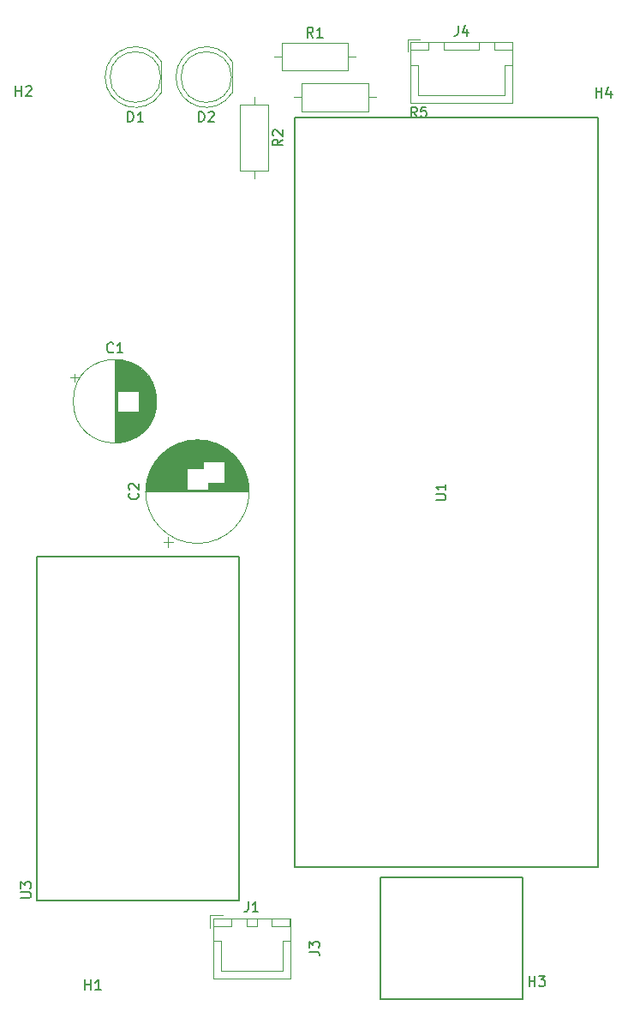
<source format=gbr>
%TF.GenerationSoftware,KiCad,Pcbnew,7.0.8*%
%TF.CreationDate,2023-10-31T00:38:55-07:00*%
%TF.ProjectId,PZEM-Single LPKF - R1,505a454d-2d53-4696-9e67-6c65204c504b,rev?*%
%TF.SameCoordinates,Original*%
%TF.FileFunction,Legend,Top*%
%TF.FilePolarity,Positive*%
%FSLAX46Y46*%
G04 Gerber Fmt 4.6, Leading zero omitted, Abs format (unit mm)*
G04 Created by KiCad (PCBNEW 7.0.8) date 2023-10-31 00:38:55*
%MOMM*%
%LPD*%
G01*
G04 APERTURE LIST*
%ADD10C,0.150000*%
%ADD11C,0.120000*%
G04 APERTURE END LIST*
D10*
X57778095Y88989180D02*
X57778095Y89989180D01*
X57778095Y89512990D02*
X58349523Y89512990D01*
X58349523Y88989180D02*
X58349523Y89989180D01*
X59254285Y89655847D02*
X59254285Y88989180D01*
X59016190Y90036800D02*
X58778095Y89322514D01*
X58778095Y89322514D02*
X59397142Y89322514D01*
X51174095Y1259180D02*
X51174095Y2259180D01*
X51174095Y1782990D02*
X51745523Y1782990D01*
X51745523Y1259180D02*
X51745523Y2259180D01*
X52126476Y2259180D02*
X52745523Y2259180D01*
X52745523Y2259180D02*
X52412190Y1878228D01*
X52412190Y1878228D02*
X52555047Y1878228D01*
X52555047Y1878228D02*
X52650285Y1830609D01*
X52650285Y1830609D02*
X52697904Y1782990D01*
X52697904Y1782990D02*
X52745523Y1687752D01*
X52745523Y1687752D02*
X52745523Y1449657D01*
X52745523Y1449657D02*
X52697904Y1354419D01*
X52697904Y1354419D02*
X52650285Y1306800D01*
X52650285Y1306800D02*
X52555047Y1259180D01*
X52555047Y1259180D02*
X52269333Y1259180D01*
X52269333Y1259180D02*
X52174095Y1306800D01*
X52174095Y1306800D02*
X52126476Y1354419D01*
X444095Y89116180D02*
X444095Y90116180D01*
X444095Y89639990D02*
X1015523Y89639990D01*
X1015523Y89116180D02*
X1015523Y90116180D01*
X1444095Y90020942D02*
X1491714Y90068561D01*
X1491714Y90068561D02*
X1586952Y90116180D01*
X1586952Y90116180D02*
X1825047Y90116180D01*
X1825047Y90116180D02*
X1920285Y90068561D01*
X1920285Y90068561D02*
X1967904Y90020942D01*
X1967904Y90020942D02*
X2015523Y89925704D01*
X2015523Y89925704D02*
X2015523Y89830466D01*
X2015523Y89830466D02*
X1967904Y89687609D01*
X1967904Y89687609D02*
X1396476Y89116180D01*
X1396476Y89116180D02*
X2015523Y89116180D01*
X7302095Y878180D02*
X7302095Y1878180D01*
X7302095Y1401990D02*
X7873523Y1401990D01*
X7873523Y878180D02*
X7873523Y1878180D01*
X8873523Y878180D02*
X8302095Y878180D01*
X8587809Y878180D02*
X8587809Y1878180D01*
X8587809Y1878180D02*
X8492571Y1735323D01*
X8492571Y1735323D02*
X8397333Y1640085D01*
X8397333Y1640085D02*
X8302095Y1592466D01*
X10083333Y63890419D02*
X10035714Y63842800D01*
X10035714Y63842800D02*
X9892857Y63795180D01*
X9892857Y63795180D02*
X9797619Y63795180D01*
X9797619Y63795180D02*
X9654762Y63842800D01*
X9654762Y63842800D02*
X9559524Y63938038D01*
X9559524Y63938038D02*
X9511905Y64033276D01*
X9511905Y64033276D02*
X9464286Y64223752D01*
X9464286Y64223752D02*
X9464286Y64366609D01*
X9464286Y64366609D02*
X9511905Y64557085D01*
X9511905Y64557085D02*
X9559524Y64652323D01*
X9559524Y64652323D02*
X9654762Y64747561D01*
X9654762Y64747561D02*
X9797619Y64795180D01*
X9797619Y64795180D02*
X9892857Y64795180D01*
X9892857Y64795180D02*
X10035714Y64747561D01*
X10035714Y64747561D02*
X10083333Y64699942D01*
X11035714Y63795180D02*
X10464286Y63795180D01*
X10750000Y63795180D02*
X10750000Y64795180D01*
X10750000Y64795180D02*
X10654762Y64652323D01*
X10654762Y64652323D02*
X10559524Y64557085D01*
X10559524Y64557085D02*
X10464286Y64509466D01*
X41954819Y49238095D02*
X42764342Y49238095D01*
X42764342Y49238095D02*
X42859580Y49285714D01*
X42859580Y49285714D02*
X42907200Y49333333D01*
X42907200Y49333333D02*
X42954819Y49428571D01*
X42954819Y49428571D02*
X42954819Y49619047D01*
X42954819Y49619047D02*
X42907200Y49714285D01*
X42907200Y49714285D02*
X42859580Y49761904D01*
X42859580Y49761904D02*
X42764342Y49809523D01*
X42764342Y49809523D02*
X41954819Y49809523D01*
X42954819Y50809523D02*
X42954819Y50238095D01*
X42954819Y50523809D02*
X41954819Y50523809D01*
X41954819Y50523809D02*
X42097676Y50428571D01*
X42097676Y50428571D02*
X42192914Y50333333D01*
X42192914Y50333333D02*
X42240533Y50238095D01*
X23416666Y9595180D02*
X23416666Y8880895D01*
X23416666Y8880895D02*
X23369047Y8738038D01*
X23369047Y8738038D02*
X23273809Y8642800D01*
X23273809Y8642800D02*
X23130952Y8595180D01*
X23130952Y8595180D02*
X23035714Y8595180D01*
X24416666Y8595180D02*
X23845238Y8595180D01*
X24130952Y8595180D02*
X24130952Y9595180D01*
X24130952Y9595180D02*
X24035714Y9452323D01*
X24035714Y9452323D02*
X23940476Y9357085D01*
X23940476Y9357085D02*
X23845238Y9309466D01*
X26824819Y84833333D02*
X26348628Y84500000D01*
X26824819Y84261905D02*
X25824819Y84261905D01*
X25824819Y84261905D02*
X25824819Y84642857D01*
X25824819Y84642857D02*
X25872438Y84738095D01*
X25872438Y84738095D02*
X25920057Y84785714D01*
X25920057Y84785714D02*
X26015295Y84833333D01*
X26015295Y84833333D02*
X26158152Y84833333D01*
X26158152Y84833333D02*
X26253390Y84785714D01*
X26253390Y84785714D02*
X26301009Y84738095D01*
X26301009Y84738095D02*
X26348628Y84642857D01*
X26348628Y84642857D02*
X26348628Y84261905D01*
X25920057Y85214286D02*
X25872438Y85261905D01*
X25872438Y85261905D02*
X25824819Y85357143D01*
X25824819Y85357143D02*
X25824819Y85595238D01*
X25824819Y85595238D02*
X25872438Y85690476D01*
X25872438Y85690476D02*
X25920057Y85738095D01*
X25920057Y85738095D02*
X26015295Y85785714D01*
X26015295Y85785714D02*
X26110533Y85785714D01*
X26110533Y85785714D02*
X26253390Y85738095D01*
X26253390Y85738095D02*
X26824819Y85166667D01*
X26824819Y85166667D02*
X26824819Y85785714D01*
X40083333Y87045180D02*
X39750000Y87521371D01*
X39511905Y87045180D02*
X39511905Y88045180D01*
X39511905Y88045180D02*
X39892857Y88045180D01*
X39892857Y88045180D02*
X39988095Y87997561D01*
X39988095Y87997561D02*
X40035714Y87949942D01*
X40035714Y87949942D02*
X40083333Y87854704D01*
X40083333Y87854704D02*
X40083333Y87711847D01*
X40083333Y87711847D02*
X40035714Y87616609D01*
X40035714Y87616609D02*
X39988095Y87568990D01*
X39988095Y87568990D02*
X39892857Y87521371D01*
X39892857Y87521371D02*
X39511905Y87521371D01*
X40988095Y88045180D02*
X40511905Y88045180D01*
X40511905Y88045180D02*
X40464286Y87568990D01*
X40464286Y87568990D02*
X40511905Y87616609D01*
X40511905Y87616609D02*
X40607143Y87664228D01*
X40607143Y87664228D02*
X40845238Y87664228D01*
X40845238Y87664228D02*
X40940476Y87616609D01*
X40940476Y87616609D02*
X40988095Y87568990D01*
X40988095Y87568990D02*
X41035714Y87473752D01*
X41035714Y87473752D02*
X41035714Y87235657D01*
X41035714Y87235657D02*
X40988095Y87140419D01*
X40988095Y87140419D02*
X40940476Y87092800D01*
X40940476Y87092800D02*
X40845238Y87045180D01*
X40845238Y87045180D02*
X40607143Y87045180D01*
X40607143Y87045180D02*
X40511905Y87092800D01*
X40511905Y87092800D02*
X40464286Y87140419D01*
X18531905Y86585180D02*
X18531905Y87585180D01*
X18531905Y87585180D02*
X18770000Y87585180D01*
X18770000Y87585180D02*
X18912857Y87537561D01*
X18912857Y87537561D02*
X19008095Y87442323D01*
X19008095Y87442323D02*
X19055714Y87347085D01*
X19055714Y87347085D02*
X19103333Y87156609D01*
X19103333Y87156609D02*
X19103333Y87013752D01*
X19103333Y87013752D02*
X19055714Y86823276D01*
X19055714Y86823276D02*
X19008095Y86728038D01*
X19008095Y86728038D02*
X18912857Y86632800D01*
X18912857Y86632800D02*
X18770000Y86585180D01*
X18770000Y86585180D02*
X18531905Y86585180D01*
X19484286Y87489942D02*
X19531905Y87537561D01*
X19531905Y87537561D02*
X19627143Y87585180D01*
X19627143Y87585180D02*
X19865238Y87585180D01*
X19865238Y87585180D02*
X19960476Y87537561D01*
X19960476Y87537561D02*
X20008095Y87489942D01*
X20008095Y87489942D02*
X20055714Y87394704D01*
X20055714Y87394704D02*
X20055714Y87299466D01*
X20055714Y87299466D02*
X20008095Y87156609D01*
X20008095Y87156609D02*
X19436667Y86585180D01*
X19436667Y86585180D02*
X20055714Y86585180D01*
X12509580Y49912396D02*
X12557200Y49864777D01*
X12557200Y49864777D02*
X12604819Y49721920D01*
X12604819Y49721920D02*
X12604819Y49626682D01*
X12604819Y49626682D02*
X12557200Y49483825D01*
X12557200Y49483825D02*
X12461961Y49388587D01*
X12461961Y49388587D02*
X12366723Y49340968D01*
X12366723Y49340968D02*
X12176247Y49293349D01*
X12176247Y49293349D02*
X12033390Y49293349D01*
X12033390Y49293349D02*
X11842914Y49340968D01*
X11842914Y49340968D02*
X11747676Y49388587D01*
X11747676Y49388587D02*
X11652438Y49483825D01*
X11652438Y49483825D02*
X11604819Y49626682D01*
X11604819Y49626682D02*
X11604819Y49721920D01*
X11604819Y49721920D02*
X11652438Y49864777D01*
X11652438Y49864777D02*
X11700057Y49912396D01*
X11700057Y50293349D02*
X11652438Y50340968D01*
X11652438Y50340968D02*
X11604819Y50436206D01*
X11604819Y50436206D02*
X11604819Y50674301D01*
X11604819Y50674301D02*
X11652438Y50769539D01*
X11652438Y50769539D02*
X11700057Y50817158D01*
X11700057Y50817158D02*
X11795295Y50864777D01*
X11795295Y50864777D02*
X11890533Y50864777D01*
X11890533Y50864777D02*
X12033390Y50817158D01*
X12033390Y50817158D02*
X12604819Y50245730D01*
X12604819Y50245730D02*
X12604819Y50864777D01*
X11531905Y86585180D02*
X11531905Y87585180D01*
X11531905Y87585180D02*
X11770000Y87585180D01*
X11770000Y87585180D02*
X11912857Y87537561D01*
X11912857Y87537561D02*
X12008095Y87442323D01*
X12008095Y87442323D02*
X12055714Y87347085D01*
X12055714Y87347085D02*
X12103333Y87156609D01*
X12103333Y87156609D02*
X12103333Y87013752D01*
X12103333Y87013752D02*
X12055714Y86823276D01*
X12055714Y86823276D02*
X12008095Y86728038D01*
X12008095Y86728038D02*
X11912857Y86632800D01*
X11912857Y86632800D02*
X11770000Y86585180D01*
X11770000Y86585180D02*
X11531905Y86585180D01*
X13055714Y86585180D02*
X12484286Y86585180D01*
X12770000Y86585180D02*
X12770000Y87585180D01*
X12770000Y87585180D02*
X12674762Y87442323D01*
X12674762Y87442323D02*
X12579524Y87347085D01*
X12579524Y87347085D02*
X12484286Y87299466D01*
X44166666Y96095180D02*
X44166666Y95380895D01*
X44166666Y95380895D02*
X44119047Y95238038D01*
X44119047Y95238038D02*
X44023809Y95142800D01*
X44023809Y95142800D02*
X43880952Y95095180D01*
X43880952Y95095180D02*
X43785714Y95095180D01*
X45071428Y95761847D02*
X45071428Y95095180D01*
X44833333Y96142800D02*
X44595238Y95428514D01*
X44595238Y95428514D02*
X45214285Y95428514D01*
X29833333Y94915180D02*
X29500000Y95391371D01*
X29261905Y94915180D02*
X29261905Y95915180D01*
X29261905Y95915180D02*
X29642857Y95915180D01*
X29642857Y95915180D02*
X29738095Y95867561D01*
X29738095Y95867561D02*
X29785714Y95819942D01*
X29785714Y95819942D02*
X29833333Y95724704D01*
X29833333Y95724704D02*
X29833333Y95581847D01*
X29833333Y95581847D02*
X29785714Y95486609D01*
X29785714Y95486609D02*
X29738095Y95438990D01*
X29738095Y95438990D02*
X29642857Y95391371D01*
X29642857Y95391371D02*
X29261905Y95391371D01*
X30785714Y94915180D02*
X30214286Y94915180D01*
X30500000Y94915180D02*
X30500000Y95915180D01*
X30500000Y95915180D02*
X30404762Y95772323D01*
X30404762Y95772323D02*
X30309524Y95677085D01*
X30309524Y95677085D02*
X30214286Y95629466D01*
X29454819Y4666666D02*
X30169104Y4666666D01*
X30169104Y4666666D02*
X30311961Y4619047D01*
X30311961Y4619047D02*
X30407200Y4523809D01*
X30407200Y4523809D02*
X30454819Y4380952D01*
X30454819Y4380952D02*
X30454819Y4285714D01*
X29454819Y5047619D02*
X29454819Y5666666D01*
X29454819Y5666666D02*
X29835771Y5333333D01*
X29835771Y5333333D02*
X29835771Y5476190D01*
X29835771Y5476190D02*
X29883390Y5571428D01*
X29883390Y5571428D02*
X29931009Y5619047D01*
X29931009Y5619047D02*
X30026247Y5666666D01*
X30026247Y5666666D02*
X30264342Y5666666D01*
X30264342Y5666666D02*
X30359580Y5619047D01*
X30359580Y5619047D02*
X30407200Y5571428D01*
X30407200Y5571428D02*
X30454819Y5476190D01*
X30454819Y5476190D02*
X30454819Y5190476D01*
X30454819Y5190476D02*
X30407200Y5095238D01*
X30407200Y5095238D02*
X30359580Y5047619D01*
X954819Y9968095D02*
X1764342Y9968095D01*
X1764342Y9968095D02*
X1859580Y10015714D01*
X1859580Y10015714D02*
X1907200Y10063333D01*
X1907200Y10063333D02*
X1954819Y10158571D01*
X1954819Y10158571D02*
X1954819Y10349047D01*
X1954819Y10349047D02*
X1907200Y10444285D01*
X1907200Y10444285D02*
X1859580Y10491904D01*
X1859580Y10491904D02*
X1764342Y10539523D01*
X1764342Y10539523D02*
X954819Y10539523D01*
X954819Y10920476D02*
X954819Y11539523D01*
X954819Y11539523D02*
X1335771Y11206190D01*
X1335771Y11206190D02*
X1335771Y11349047D01*
X1335771Y11349047D02*
X1383390Y11444285D01*
X1383390Y11444285D02*
X1431009Y11491904D01*
X1431009Y11491904D02*
X1526247Y11539523D01*
X1526247Y11539523D02*
X1764342Y11539523D01*
X1764342Y11539523D02*
X1859580Y11491904D01*
X1859580Y11491904D02*
X1907200Y11444285D01*
X1907200Y11444285D02*
X1954819Y11349047D01*
X1954819Y11349047D02*
X1954819Y11063333D01*
X1954819Y11063333D02*
X1907200Y10968095D01*
X1907200Y10968095D02*
X1859580Y10920476D01*
D11*
%TO.C,C1*%
X5840302Y61315000D02*
X6640302Y61315000D01*
X6240302Y61715000D02*
X6240302Y60915000D01*
X10250000Y63080000D02*
X10250000Y54920000D01*
X10290000Y63080000D02*
X10290000Y54920000D01*
X10330000Y63080000D02*
X10330000Y54920000D01*
X10370000Y63079000D02*
X10370000Y54921000D01*
X10410000Y63077000D02*
X10410000Y54923000D01*
X10450000Y63076000D02*
X10450000Y54924000D01*
X10490000Y63074000D02*
X10490000Y60040000D01*
X10490000Y57960000D02*
X10490000Y54926000D01*
X10530000Y63071000D02*
X10530000Y60040000D01*
X10530000Y57960000D02*
X10530000Y54929000D01*
X10570000Y63068000D02*
X10570000Y60040000D01*
X10570000Y57960000D02*
X10570000Y54932000D01*
X10610000Y63065000D02*
X10610000Y60040000D01*
X10610000Y57960000D02*
X10610000Y54935000D01*
X10650000Y63061000D02*
X10650000Y60040000D01*
X10650000Y57960000D02*
X10650000Y54939000D01*
X10690000Y63057000D02*
X10690000Y60040000D01*
X10690000Y57960000D02*
X10690000Y54943000D01*
X10730000Y63052000D02*
X10730000Y60040000D01*
X10730000Y57960000D02*
X10730000Y54948000D01*
X10770000Y63048000D02*
X10770000Y60040000D01*
X10770000Y57960000D02*
X10770000Y54952000D01*
X10810000Y63042000D02*
X10810000Y60040000D01*
X10810000Y57960000D02*
X10810000Y54958000D01*
X10850000Y63037000D02*
X10850000Y60040000D01*
X10850000Y57960000D02*
X10850000Y54963000D01*
X10890000Y63030000D02*
X10890000Y60040000D01*
X10890000Y57960000D02*
X10890000Y54970000D01*
X10930000Y63024000D02*
X10930000Y60040000D01*
X10930000Y57960000D02*
X10930000Y54976000D01*
X10971000Y63017000D02*
X10971000Y60040000D01*
X10971000Y57960000D02*
X10971000Y54983000D01*
X11011000Y63010000D02*
X11011000Y60040000D01*
X11011000Y57960000D02*
X11011000Y54990000D01*
X11051000Y63002000D02*
X11051000Y60040000D01*
X11051000Y57960000D02*
X11051000Y54998000D01*
X11091000Y62994000D02*
X11091000Y60040000D01*
X11091000Y57960000D02*
X11091000Y55006000D01*
X11131000Y62985000D02*
X11131000Y60040000D01*
X11131000Y57960000D02*
X11131000Y55015000D01*
X11171000Y62976000D02*
X11171000Y60040000D01*
X11171000Y57960000D02*
X11171000Y55024000D01*
X11211000Y62967000D02*
X11211000Y60040000D01*
X11211000Y57960000D02*
X11211000Y55033000D01*
X11251000Y62957000D02*
X11251000Y60040000D01*
X11251000Y57960000D02*
X11251000Y55043000D01*
X11291000Y62947000D02*
X11291000Y60040000D01*
X11291000Y57960000D02*
X11291000Y55053000D01*
X11331000Y62936000D02*
X11331000Y60040000D01*
X11331000Y57960000D02*
X11331000Y55064000D01*
X11371000Y62925000D02*
X11371000Y60040000D01*
X11371000Y57960000D02*
X11371000Y55075000D01*
X11411000Y62914000D02*
X11411000Y60040000D01*
X11411000Y57960000D02*
X11411000Y55086000D01*
X11451000Y62902000D02*
X11451000Y60040000D01*
X11451000Y57960000D02*
X11451000Y55098000D01*
X11491000Y62889000D02*
X11491000Y60040000D01*
X11491000Y57960000D02*
X11491000Y55111000D01*
X11531000Y62877000D02*
X11531000Y60040000D01*
X11531000Y57960000D02*
X11531000Y55123000D01*
X11571000Y62863000D02*
X11571000Y60040000D01*
X11571000Y57960000D02*
X11571000Y55137000D01*
X11611000Y62850000D02*
X11611000Y60040000D01*
X11611000Y57960000D02*
X11611000Y55150000D01*
X11651000Y62835000D02*
X11651000Y60040000D01*
X11651000Y57960000D02*
X11651000Y55165000D01*
X11691000Y62821000D02*
X11691000Y60040000D01*
X11691000Y57960000D02*
X11691000Y55179000D01*
X11731000Y62805000D02*
X11731000Y60040000D01*
X11731000Y57960000D02*
X11731000Y55195000D01*
X11771000Y62790000D02*
X11771000Y60040000D01*
X11771000Y57960000D02*
X11771000Y55210000D01*
X11811000Y62774000D02*
X11811000Y60040000D01*
X11811000Y57960000D02*
X11811000Y55226000D01*
X11851000Y62757000D02*
X11851000Y60040000D01*
X11851000Y57960000D02*
X11851000Y55243000D01*
X11891000Y62740000D02*
X11891000Y60040000D01*
X11891000Y57960000D02*
X11891000Y55260000D01*
X11931000Y62722000D02*
X11931000Y60040000D01*
X11931000Y57960000D02*
X11931000Y55278000D01*
X11971000Y62704000D02*
X11971000Y60040000D01*
X11971000Y57960000D02*
X11971000Y55296000D01*
X12011000Y62686000D02*
X12011000Y60040000D01*
X12011000Y57960000D02*
X12011000Y55314000D01*
X12051000Y62666000D02*
X12051000Y60040000D01*
X12051000Y57960000D02*
X12051000Y55334000D01*
X12091000Y62647000D02*
X12091000Y60040000D01*
X12091000Y57960000D02*
X12091000Y55353000D01*
X12131000Y62627000D02*
X12131000Y60040000D01*
X12131000Y57960000D02*
X12131000Y55373000D01*
X12171000Y62606000D02*
X12171000Y60040000D01*
X12171000Y57960000D02*
X12171000Y55394000D01*
X12211000Y62584000D02*
X12211000Y60040000D01*
X12211000Y57960000D02*
X12211000Y55416000D01*
X12251000Y62562000D02*
X12251000Y60040000D01*
X12251000Y57960000D02*
X12251000Y55438000D01*
X12291000Y62540000D02*
X12291000Y60040000D01*
X12291000Y57960000D02*
X12291000Y55460000D01*
X12331000Y62517000D02*
X12331000Y60040000D01*
X12331000Y57960000D02*
X12331000Y55483000D01*
X12371000Y62493000D02*
X12371000Y60040000D01*
X12371000Y57960000D02*
X12371000Y55507000D01*
X12411000Y62469000D02*
X12411000Y60040000D01*
X12411000Y57960000D02*
X12411000Y55531000D01*
X12451000Y62444000D02*
X12451000Y60040000D01*
X12451000Y57960000D02*
X12451000Y55556000D01*
X12491000Y62418000D02*
X12491000Y60040000D01*
X12491000Y57960000D02*
X12491000Y55582000D01*
X12531000Y62392000D02*
X12531000Y60040000D01*
X12531000Y57960000D02*
X12531000Y55608000D01*
X12571000Y62365000D02*
X12571000Y55635000D01*
X12611000Y62338000D02*
X12611000Y55662000D01*
X12651000Y62309000D02*
X12651000Y55691000D01*
X12691000Y62280000D02*
X12691000Y55720000D01*
X12731000Y62250000D02*
X12731000Y55750000D01*
X12771000Y62220000D02*
X12771000Y55780000D01*
X12811000Y62189000D02*
X12811000Y55811000D01*
X12851000Y62156000D02*
X12851000Y55844000D01*
X12891000Y62124000D02*
X12891000Y55876000D01*
X12931000Y62090000D02*
X12931000Y55910000D01*
X12971000Y62055000D02*
X12971000Y55945000D01*
X13011000Y62019000D02*
X13011000Y55981000D01*
X13051000Y61983000D02*
X13051000Y56017000D01*
X13091000Y61945000D02*
X13091000Y56055000D01*
X13131000Y61907000D02*
X13131000Y56093000D01*
X13171000Y61867000D02*
X13171000Y56133000D01*
X13211000Y61826000D02*
X13211000Y56174000D01*
X13251000Y61784000D02*
X13251000Y56216000D01*
X13291000Y61741000D02*
X13291000Y56259000D01*
X13331000Y61697000D02*
X13331000Y56303000D01*
X13371000Y61651000D02*
X13371000Y56349000D01*
X13411000Y61604000D02*
X13411000Y56396000D01*
X13451000Y61556000D02*
X13451000Y56444000D01*
X13491000Y61505000D02*
X13491000Y56495000D01*
X13531000Y61454000D02*
X13531000Y56546000D01*
X13571000Y61400000D02*
X13571000Y56600000D01*
X13611000Y61345000D02*
X13611000Y56655000D01*
X13651000Y61287000D02*
X13651000Y56713000D01*
X13691000Y61228000D02*
X13691000Y56772000D01*
X13731000Y61166000D02*
X13731000Y56834000D01*
X13771000Y61102000D02*
X13771000Y56898000D01*
X13811000Y61034000D02*
X13811000Y56966000D01*
X13851000Y60964000D02*
X13851000Y57036000D01*
X13891000Y60890000D02*
X13891000Y57110000D01*
X13931000Y60813000D02*
X13931000Y57187000D01*
X13971000Y60731000D02*
X13971000Y57269000D01*
X14011000Y60645000D02*
X14011000Y57355000D01*
X14051000Y60552000D02*
X14051000Y57448000D01*
X14091000Y60453000D02*
X14091000Y57547000D01*
X14131000Y60346000D02*
X14131000Y57654000D01*
X14171000Y60229000D02*
X14171000Y57771000D01*
X14211000Y60098000D02*
X14211000Y57902000D01*
X14251000Y59948000D02*
X14251000Y58052000D01*
X14291000Y59768000D02*
X14291000Y58232000D01*
X14331000Y59533000D02*
X14331000Y58467000D01*
X14370000Y59000000D02*
G75*
G03*
X14370000Y59000000I-4120000J0D01*
G01*
D10*
%TO.C,U1*%
X28000000Y13000000D02*
X58000000Y13000000D01*
X58000000Y13000000D02*
X58000000Y87000000D01*
X28000000Y87000000D02*
X28000000Y13000000D01*
X58000000Y87000000D02*
X28000000Y87000000D01*
D11*
%TO.C,J1*%
X19650000Y8250000D02*
X19650000Y7000000D01*
X19940000Y7960000D02*
X19940000Y1990000D01*
X19940000Y1990000D02*
X27560000Y1990000D01*
X19950000Y7950000D02*
X19950000Y7200000D01*
X19950000Y7200000D02*
X21750000Y7200000D01*
X19950000Y5700000D02*
X20700000Y5700000D01*
X20700000Y5700000D02*
X20700000Y2750000D01*
X20700000Y2750000D02*
X23750000Y2750000D01*
X20900000Y8250000D02*
X19650000Y8250000D01*
X21750000Y7950000D02*
X19950000Y7950000D01*
X21750000Y7200000D02*
X21750000Y7950000D01*
X23250000Y7950000D02*
X23250000Y7200000D01*
X23250000Y7200000D02*
X24250000Y7200000D01*
X24250000Y7950000D02*
X23250000Y7950000D01*
X24250000Y7200000D02*
X24250000Y7950000D01*
X25750000Y7950000D02*
X25750000Y7200000D01*
X25750000Y7200000D02*
X27550000Y7200000D01*
X26800000Y5700000D02*
X26800000Y2750000D01*
X26800000Y2750000D02*
X23750000Y2750000D01*
X27550000Y7950000D02*
X25750000Y7950000D01*
X27550000Y7200000D02*
X27550000Y7950000D01*
X27550000Y5700000D02*
X26800000Y5700000D01*
X27560000Y7960000D02*
X19940000Y7960000D01*
X27560000Y1990000D02*
X27560000Y7960000D01*
%TO.C,R2*%
X24000000Y89040000D02*
X24000000Y88270000D01*
X25370000Y88270000D02*
X22630000Y88270000D01*
X22630000Y88270000D02*
X22630000Y81730000D01*
X25370000Y81730000D02*
X25370000Y88270000D01*
X22630000Y81730000D02*
X25370000Y81730000D01*
X24000000Y80960000D02*
X24000000Y81730000D01*
%TO.C,R5*%
X36040000Y89000000D02*
X35270000Y89000000D01*
X35270000Y87630000D02*
X35270000Y90370000D01*
X35270000Y90370000D02*
X28730000Y90370000D01*
X28730000Y87630000D02*
X35270000Y87630000D01*
X28730000Y90370000D02*
X28730000Y87630000D01*
X27960000Y89000000D02*
X28730000Y89000000D01*
%TO.C,D2*%
X21830000Y89455000D02*
X21830000Y92545000D01*
X16280001Y91000462D02*
G75*
G03*
X21829999Y89455170I2989999J-462D01*
G01*
X21830000Y92544830D02*
G75*
G03*
X16280000Y90999538I-2560000J-1544830D01*
G01*
X21770000Y91000000D02*
G75*
G03*
X21770000Y91000000I-2500000J0D01*
G01*
%TO.C,C2*%
X15525000Y44599417D02*
X15525000Y45599417D01*
X15025000Y45099417D02*
X16025000Y45099417D01*
X13320000Y50079063D02*
X23480000Y50079063D01*
X13320000Y50119063D02*
X23480000Y50119063D01*
X13320000Y50159063D02*
X23480000Y50159063D01*
X13321000Y50199063D02*
X23479000Y50199063D01*
X13322000Y50239063D02*
X23478000Y50239063D01*
X13323000Y50279063D02*
X23477000Y50279063D01*
X13325000Y50319063D02*
X17360000Y50319063D01*
X19440000Y50319063D02*
X23475000Y50319063D01*
X13327000Y50359063D02*
X17360000Y50359063D01*
X19440000Y50359063D02*
X23473000Y50359063D01*
X13330000Y50399063D02*
X17360000Y50399063D01*
X19440000Y50399063D02*
X23470000Y50399063D01*
X13332000Y50439063D02*
X17360000Y50439063D01*
X19440000Y50439063D02*
X23468000Y50439063D01*
X13335000Y50479063D02*
X17360000Y50479063D01*
X19440000Y50479063D02*
X23465000Y50479063D01*
X13338000Y50519063D02*
X17360000Y50519063D01*
X19440000Y50519063D02*
X23462000Y50519063D01*
X13342000Y50559063D02*
X17360000Y50559063D01*
X19440000Y50559063D02*
X23458000Y50559063D01*
X13346000Y50599063D02*
X17360000Y50599063D01*
X19440000Y50599063D02*
X23454000Y50599063D01*
X13350000Y50639063D02*
X17360000Y50639063D01*
X19440000Y50639063D02*
X23450000Y50639063D01*
X13355000Y50679063D02*
X17360000Y50679063D01*
X19440000Y50679063D02*
X23445000Y50679063D01*
X13360000Y50719063D02*
X17360000Y50719063D01*
X19440000Y50719063D02*
X23440000Y50719063D01*
X13365000Y50759063D02*
X17360000Y50759063D01*
X19440000Y50759063D02*
X23435000Y50759063D01*
X13370000Y50800063D02*
X17360000Y50800063D01*
X19440000Y50800063D02*
X23430000Y50800063D01*
X13376000Y50840063D02*
X17360000Y50840063D01*
X19440000Y50840063D02*
X23424000Y50840063D01*
X13382000Y50880063D02*
X17360000Y50880063D01*
X19440000Y50880063D02*
X23418000Y50880063D01*
X13389000Y50920063D02*
X17360000Y50920063D01*
X19440000Y50920063D02*
X23411000Y50920063D01*
X13396000Y50960063D02*
X17360000Y50960063D01*
X19440000Y50960063D02*
X23404000Y50960063D01*
X13403000Y51000063D02*
X17360000Y51000063D01*
X21040000Y51000063D02*
X23397000Y51000063D01*
X13410000Y51040063D02*
X17360000Y51040063D01*
X21040000Y51040063D02*
X23390000Y51040063D01*
X13418000Y51080063D02*
X17360000Y51080063D01*
X21040000Y51080063D02*
X23382000Y51080063D01*
X13426000Y51120063D02*
X17360000Y51120063D01*
X21040000Y51120063D02*
X23374000Y51120063D01*
X13435000Y51160063D02*
X17360000Y51160063D01*
X21040000Y51160063D02*
X23365000Y51160063D01*
X13444000Y51200063D02*
X17360000Y51200063D01*
X21040000Y51200063D02*
X23356000Y51200063D01*
X13453000Y51240063D02*
X17360000Y51240063D01*
X21040000Y51240063D02*
X23347000Y51240063D01*
X13462000Y51280063D02*
X17360000Y51280063D01*
X21040000Y51280063D02*
X23338000Y51280063D01*
X13472000Y51320063D02*
X17360000Y51320063D01*
X21040000Y51320063D02*
X23328000Y51320063D01*
X13482000Y51360063D02*
X17360000Y51360063D01*
X21040000Y51360063D02*
X23318000Y51360063D01*
X13493000Y51400063D02*
X17360000Y51400063D01*
X21040000Y51400063D02*
X23307000Y51400063D01*
X13503000Y51440063D02*
X17360000Y51440063D01*
X21040000Y51440063D02*
X23297000Y51440063D01*
X13515000Y51480063D02*
X17360000Y51480063D01*
X21040000Y51480063D02*
X23285000Y51480063D01*
X13526000Y51520063D02*
X17360000Y51520063D01*
X21040000Y51520063D02*
X23274000Y51520063D01*
X13538000Y51560063D02*
X17360000Y51560063D01*
X21040000Y51560063D02*
X23262000Y51560063D01*
X13550000Y51600063D02*
X17360000Y51600063D01*
X21040000Y51600063D02*
X23250000Y51600063D01*
X13563000Y51640063D02*
X17360000Y51640063D01*
X21040000Y51640063D02*
X23237000Y51640063D01*
X13576000Y51680063D02*
X17360000Y51680063D01*
X21040000Y51680063D02*
X23224000Y51680063D01*
X13589000Y51720063D02*
X17360000Y51720063D01*
X21040000Y51720063D02*
X23211000Y51720063D01*
X13603000Y51760063D02*
X17360000Y51760063D01*
X21040000Y51760063D02*
X23197000Y51760063D01*
X13617000Y51800063D02*
X17360000Y51800063D01*
X21040000Y51800063D02*
X23183000Y51800063D01*
X13632000Y51840063D02*
X17360000Y51840063D01*
X21040000Y51840063D02*
X23168000Y51840063D01*
X13646000Y51880063D02*
X17360000Y51880063D01*
X21040000Y51880063D02*
X23154000Y51880063D01*
X13662000Y51920063D02*
X17360000Y51920063D01*
X21040000Y51920063D02*
X23138000Y51920063D01*
X13677000Y51960063D02*
X17360000Y51960063D01*
X21040000Y51960063D02*
X23123000Y51960063D01*
X13693000Y52000063D02*
X17360000Y52000063D01*
X21040000Y52000063D02*
X23107000Y52000063D01*
X13710000Y52040063D02*
X17360000Y52040063D01*
X21040000Y52040063D02*
X23090000Y52040063D01*
X13726000Y52080063D02*
X17360000Y52080063D01*
X21040000Y52080063D02*
X23074000Y52080063D01*
X13743000Y52120063D02*
X17360000Y52120063D01*
X21040000Y52120063D02*
X23057000Y52120063D01*
X13761000Y52160063D02*
X17360000Y52160063D01*
X21040000Y52160063D02*
X23039000Y52160063D01*
X13779000Y52200063D02*
X17360000Y52200063D01*
X21040000Y52200063D02*
X23021000Y52200063D01*
X13797000Y52240063D02*
X17360000Y52240063D01*
X21040000Y52240063D02*
X23003000Y52240063D01*
X13816000Y52280063D02*
X17360000Y52280063D01*
X21040000Y52280063D02*
X22984000Y52280063D01*
X13836000Y52320063D02*
X17360000Y52320063D01*
X21040000Y52320063D02*
X22964000Y52320063D01*
X13855000Y52360063D02*
X17360000Y52360063D01*
X21040000Y52360063D02*
X22945000Y52360063D01*
X13875000Y52400063D02*
X18960000Y52400063D01*
X21040000Y52400063D02*
X22925000Y52400063D01*
X13896000Y52440063D02*
X18960000Y52440063D01*
X21040000Y52440063D02*
X22904000Y52440063D01*
X13917000Y52480063D02*
X18960000Y52480063D01*
X21040000Y52480063D02*
X22883000Y52480063D01*
X13938000Y52520063D02*
X18960000Y52520063D01*
X21040000Y52520063D02*
X22862000Y52520063D01*
X13960000Y52560063D02*
X18960000Y52560063D01*
X21040000Y52560063D02*
X22840000Y52560063D01*
X13983000Y52600063D02*
X18960000Y52600063D01*
X21040000Y52600063D02*
X22817000Y52600063D01*
X14005000Y52640063D02*
X18960000Y52640063D01*
X21040000Y52640063D02*
X22795000Y52640063D01*
X14029000Y52680063D02*
X18960000Y52680063D01*
X21040000Y52680063D02*
X22771000Y52680063D01*
X14053000Y52720063D02*
X18960000Y52720063D01*
X21040000Y52720063D02*
X22747000Y52720063D01*
X14077000Y52760063D02*
X18960000Y52760063D01*
X21040000Y52760063D02*
X22723000Y52760063D01*
X14102000Y52800063D02*
X18960000Y52800063D01*
X21040000Y52800063D02*
X22698000Y52800063D01*
X14127000Y52840063D02*
X18960000Y52840063D01*
X21040000Y52840063D02*
X22673000Y52840063D01*
X14153000Y52880063D02*
X18960000Y52880063D01*
X21040000Y52880063D02*
X22647000Y52880063D01*
X14179000Y52920063D02*
X18960000Y52920063D01*
X21040000Y52920063D02*
X22621000Y52920063D01*
X14206000Y52960063D02*
X18960000Y52960063D01*
X21040000Y52960063D02*
X22594000Y52960063D01*
X14234000Y53000063D02*
X18960000Y53000063D01*
X21040000Y53000063D02*
X22566000Y53000063D01*
X14262000Y53040063D02*
X18960000Y53040063D01*
X21040000Y53040063D02*
X22538000Y53040063D01*
X14290000Y53080063D02*
X22510000Y53080063D01*
X14320000Y53120063D02*
X22480000Y53120063D01*
X14350000Y53160063D02*
X22450000Y53160063D01*
X14380000Y53200063D02*
X22420000Y53200063D01*
X14411000Y53240063D02*
X22389000Y53240063D01*
X14443000Y53280063D02*
X22357000Y53280063D01*
X14475000Y53320063D02*
X22325000Y53320063D01*
X14508000Y53360063D02*
X22292000Y53360063D01*
X14542000Y53400063D02*
X22258000Y53400063D01*
X14576000Y53440063D02*
X22224000Y53440063D01*
X14611000Y53480063D02*
X22189000Y53480063D01*
X14647000Y53520063D02*
X22153000Y53520063D01*
X14684000Y53560063D02*
X22116000Y53560063D01*
X14721000Y53600063D02*
X22079000Y53600063D01*
X14760000Y53640063D02*
X22040000Y53640063D01*
X14799000Y53680063D02*
X22001000Y53680063D01*
X14839000Y53720063D02*
X21961000Y53720063D01*
X14880000Y53760063D02*
X21920000Y53760063D01*
X14922000Y53800063D02*
X21878000Y53800063D01*
X14964000Y53840063D02*
X21836000Y53840063D01*
X15008000Y53880063D02*
X21792000Y53880063D01*
X15053000Y53920063D02*
X21747000Y53920063D01*
X15099000Y53960063D02*
X21701000Y53960063D01*
X15146000Y54000063D02*
X21654000Y54000063D01*
X15194000Y54040063D02*
X21606000Y54040063D01*
X15244000Y54080063D02*
X21556000Y54080063D01*
X15294000Y54120063D02*
X21506000Y54120063D01*
X15346000Y54160063D02*
X21454000Y54160063D01*
X15400000Y54200063D02*
X21400000Y54200063D01*
X15455000Y54240063D02*
X21345000Y54240063D01*
X15511000Y54280063D02*
X21289000Y54280063D01*
X15570000Y54320063D02*
X21230000Y54320063D01*
X15630000Y54360063D02*
X21170000Y54360063D01*
X15691000Y54400063D02*
X21109000Y54400063D01*
X15755000Y54440063D02*
X21045000Y54440063D01*
X15821000Y54480063D02*
X20979000Y54480063D01*
X15890000Y54520063D02*
X20910000Y54520063D01*
X15961000Y54560063D02*
X20839000Y54560063D01*
X16035000Y54600063D02*
X20765000Y54600063D01*
X16111000Y54640063D02*
X20689000Y54640063D01*
X16191000Y54680063D02*
X20609000Y54680063D01*
X16275000Y54720063D02*
X20525000Y54720063D01*
X16363000Y54760063D02*
X20437000Y54760063D01*
X16456000Y54800063D02*
X20344000Y54800063D01*
X16554000Y54840063D02*
X20246000Y54840063D01*
X16658000Y54880063D02*
X20142000Y54880063D01*
X16770000Y54920063D02*
X20030000Y54920063D01*
X16890000Y54960063D02*
X19910000Y54960063D01*
X17022000Y55000063D02*
X19778000Y55000063D01*
X17170000Y55040063D02*
X19630000Y55040063D01*
X17338000Y55080063D02*
X19462000Y55080063D01*
X17538000Y55120063D02*
X19262000Y55120063D01*
X17801000Y55160063D02*
X18999000Y55160063D01*
X23520000Y50079063D02*
G75*
G03*
X23520000Y50079063I-5120000J0D01*
G01*
%TO.C,D1*%
X14830000Y89455000D02*
X14830000Y92545000D01*
X9280001Y91000462D02*
G75*
G03*
X14829999Y89455170I2989999J-462D01*
G01*
X14830000Y92544830D02*
G75*
G03*
X9280000Y90999538I-2560000J-1544830D01*
G01*
X14770000Y91000000D02*
G75*
G03*
X14770000Y91000000I-2500000J0D01*
G01*
%TO.C,J4*%
X39150000Y94750000D02*
X39150000Y93500000D01*
X39440000Y94460000D02*
X39440000Y88490000D01*
X39440000Y88490000D02*
X49560000Y88490000D01*
X39450000Y94450000D02*
X39450000Y93700000D01*
X39450000Y93700000D02*
X41250000Y93700000D01*
X39450000Y92200000D02*
X40200000Y92200000D01*
X40200000Y92200000D02*
X40200000Y89250000D01*
X40200000Y89250000D02*
X44500000Y89250000D01*
X40400000Y94750000D02*
X39150000Y94750000D01*
X41250000Y94450000D02*
X39450000Y94450000D01*
X41250000Y93700000D02*
X41250000Y94450000D01*
X42750000Y94450000D02*
X42750000Y93700000D01*
X42750000Y93700000D02*
X46250000Y93700000D01*
X46250000Y94450000D02*
X42750000Y94450000D01*
X46250000Y93700000D02*
X46250000Y94450000D01*
X47750000Y94450000D02*
X47750000Y93700000D01*
X47750000Y93700000D02*
X49550000Y93700000D01*
X48800000Y92200000D02*
X48800000Y89250000D01*
X48800000Y89250000D02*
X44500000Y89250000D01*
X49550000Y94450000D02*
X47750000Y94450000D01*
X49550000Y93700000D02*
X49550000Y94450000D01*
X49550000Y92200000D02*
X48800000Y92200000D01*
X49560000Y94460000D02*
X39440000Y94460000D01*
X49560000Y88490000D02*
X49560000Y94460000D01*
%TO.C,R1*%
X25960000Y93000000D02*
X26730000Y93000000D01*
X26730000Y94370000D02*
X26730000Y91630000D01*
X26730000Y91630000D02*
X33270000Y91630000D01*
X33270000Y94370000D02*
X26730000Y94370000D01*
X33270000Y91630000D02*
X33270000Y94370000D01*
X34040000Y93000000D02*
X33270000Y93000000D01*
D10*
%TO.C,J3*%
X50500000Y12000000D02*
X36500000Y12000000D01*
X36500000Y12000000D02*
X36500000Y0D01*
X50500000Y0D02*
X50500000Y12000000D01*
X36500000Y0D02*
X50500000Y0D01*
%TO.C,U3*%
X2500000Y9700000D02*
X22500000Y9700000D01*
X22500000Y9700000D02*
X22500000Y43700000D01*
X2500000Y43700000D02*
X2500000Y9700000D01*
X22500000Y43700000D02*
X2500000Y43700000D01*
%TD*%
M02*

</source>
